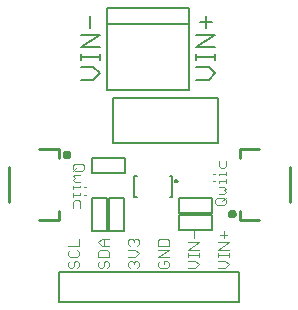
<source format=gbr>
G04 EAGLE Gerber RS-274X export*
G75*
%MOMM*%
%FSLAX34Y34*%
%LPD*%
%AMOC8*
5,1,8,0,0,1.08239X$1,22.5*%
G01*
%ADD10C,0.101600*%
%ADD11C,0.177800*%
%ADD12C,0.127000*%
%ADD13C,0.400000*%
%ADD14C,0.254000*%
%ADD15C,0.152400*%


D10*
X57906Y37089D02*
X56380Y35564D01*
X56380Y32513D01*
X57906Y30988D01*
X59431Y30988D01*
X60956Y32513D01*
X60956Y35564D01*
X62481Y37089D01*
X64007Y37089D01*
X65532Y35564D01*
X65532Y32513D01*
X64007Y30988D01*
X56380Y44919D02*
X57906Y46444D01*
X56380Y44919D02*
X56380Y41868D01*
X57906Y40343D01*
X64007Y40343D01*
X65532Y41868D01*
X65532Y44919D01*
X64007Y46444D01*
X65532Y49698D02*
X56380Y49698D01*
X65532Y49698D02*
X65532Y55800D01*
X83306Y37089D02*
X81780Y35564D01*
X81780Y32513D01*
X83306Y30988D01*
X84831Y30988D01*
X86356Y32513D01*
X86356Y35564D01*
X87881Y37089D01*
X89407Y37089D01*
X90932Y35564D01*
X90932Y32513D01*
X89407Y30988D01*
X90932Y40343D02*
X81780Y40343D01*
X90932Y40343D02*
X90932Y44919D01*
X89407Y46444D01*
X83306Y46444D01*
X81780Y44919D01*
X81780Y40343D01*
X84831Y49698D02*
X90932Y49698D01*
X84831Y49698D02*
X81780Y52749D01*
X84831Y55800D01*
X90932Y55800D01*
X86356Y55800D02*
X86356Y49698D01*
X107180Y32513D02*
X108706Y30988D01*
X107180Y32513D02*
X107180Y35564D01*
X108706Y37089D01*
X110231Y37089D01*
X111756Y35564D01*
X111756Y34039D01*
X111756Y35564D02*
X113281Y37089D01*
X114807Y37089D01*
X116332Y35564D01*
X116332Y32513D01*
X114807Y30988D01*
X113281Y40343D02*
X107180Y40343D01*
X113281Y40343D02*
X116332Y43394D01*
X113281Y46444D01*
X107180Y46444D01*
X108706Y49698D02*
X107180Y51224D01*
X107180Y54274D01*
X108706Y55800D01*
X110231Y55800D01*
X111756Y54274D01*
X111756Y52749D01*
X111756Y54274D02*
X113281Y55800D01*
X114807Y55800D01*
X116332Y54274D01*
X116332Y51224D01*
X114807Y49698D01*
X132580Y35564D02*
X134106Y37089D01*
X132580Y35564D02*
X132580Y32513D01*
X134106Y30988D01*
X140207Y30988D01*
X141732Y32513D01*
X141732Y35564D01*
X140207Y37089D01*
X137156Y37089D01*
X137156Y34039D01*
X141732Y40343D02*
X132580Y40343D01*
X141732Y46444D01*
X132580Y46444D01*
X132580Y49698D02*
X141732Y49698D01*
X141732Y54274D01*
X140207Y55800D01*
X134106Y55800D01*
X132580Y54274D01*
X132580Y49698D01*
X157980Y30988D02*
X164081Y30988D01*
X167132Y34039D01*
X164081Y37089D01*
X157980Y37089D01*
X167132Y40343D02*
X167132Y43394D01*
X167132Y41868D02*
X157980Y41868D01*
X157980Y40343D02*
X157980Y43394D01*
X157980Y46580D02*
X167132Y46580D01*
X167132Y52681D02*
X157980Y46580D01*
X157980Y52681D02*
X167132Y52681D01*
X162556Y55935D02*
X162556Y62036D01*
X183380Y30988D02*
X189481Y30988D01*
X192532Y34039D01*
X189481Y37089D01*
X183380Y37089D01*
X192532Y40343D02*
X192532Y43394D01*
X192532Y41868D02*
X183380Y41868D01*
X183380Y40343D02*
X183380Y43394D01*
X183380Y46580D02*
X192532Y46580D01*
X192532Y52681D02*
X183380Y46580D01*
X183380Y52681D02*
X192532Y52681D01*
X187956Y55935D02*
X187956Y62036D01*
X184906Y58986D02*
X191007Y58986D01*
X188467Y84328D02*
X182366Y84328D01*
X180840Y85853D01*
X180840Y88904D01*
X182366Y90429D01*
X188467Y90429D01*
X189992Y88904D01*
X189992Y85853D01*
X188467Y84328D01*
X186941Y87379D02*
X189992Y90429D01*
X188467Y93683D02*
X183891Y93683D01*
X188467Y93683D02*
X189992Y95208D01*
X188467Y96734D01*
X189992Y98259D01*
X188467Y99784D01*
X183891Y99784D01*
X183891Y103038D02*
X183891Y104564D01*
X189992Y104564D01*
X189992Y106089D02*
X189992Y103038D01*
X180840Y104564D02*
X179315Y104564D01*
X183891Y109275D02*
X183891Y110800D01*
X189992Y110800D01*
X189992Y109275D02*
X189992Y112326D01*
X180840Y110800D02*
X179315Y110800D01*
X183891Y117037D02*
X183891Y121613D01*
X183891Y117037D02*
X185416Y115512D01*
X188467Y115512D01*
X189992Y117037D01*
X189992Y121613D01*
X68333Y119380D02*
X62231Y119380D01*
X68333Y119380D02*
X69858Y117855D01*
X69858Y114804D01*
X68333Y113279D01*
X62231Y113279D01*
X60706Y114804D01*
X60706Y117855D01*
X62231Y119380D01*
X63757Y116329D02*
X60706Y113279D01*
X62231Y110025D02*
X66807Y110025D01*
X62231Y110025D02*
X60706Y108500D01*
X62231Y106974D01*
X60706Y105449D01*
X62231Y103924D01*
X66807Y103924D01*
X66807Y100670D02*
X66807Y99144D01*
X60706Y99144D01*
X60706Y97619D02*
X60706Y100670D01*
X69858Y99144D02*
X71383Y99144D01*
X66807Y94433D02*
X66807Y92908D01*
X60706Y92908D01*
X60706Y94433D02*
X60706Y91382D01*
X69858Y92908D02*
X71383Y92908D01*
X66807Y86671D02*
X66807Y82095D01*
X66807Y86671D02*
X65282Y88196D01*
X62231Y88196D01*
X60706Y86671D01*
X60706Y82095D01*
D11*
X164959Y190373D02*
X175636Y190373D01*
X180975Y195712D01*
X175636Y201050D01*
X164959Y201050D01*
X180975Y206745D02*
X180975Y212083D01*
X180975Y209414D02*
X164959Y209414D01*
X164959Y206745D02*
X164959Y212083D01*
X164959Y217659D02*
X180975Y217659D01*
X180975Y228336D02*
X164959Y217659D01*
X164959Y228336D02*
X180975Y228336D01*
X172967Y234031D02*
X172967Y244708D01*
X167629Y239369D02*
X178306Y239369D01*
X77846Y190373D02*
X67169Y190373D01*
X77846Y190373D02*
X83185Y195712D01*
X77846Y201050D01*
X67169Y201050D01*
X83185Y206745D02*
X83185Y212083D01*
X83185Y209414D02*
X67169Y209414D01*
X67169Y206745D02*
X67169Y212083D01*
X67169Y217659D02*
X83185Y217659D01*
X83185Y228336D02*
X67169Y217659D01*
X67169Y228336D02*
X83185Y228336D01*
X75177Y234031D02*
X75177Y244708D01*
D12*
X76200Y111506D02*
X104140Y111506D01*
X76200Y111506D02*
X76200Y124206D01*
X104140Y124206D01*
X104140Y111506D01*
D13*
X53586Y126854D02*
X53588Y126929D01*
X53594Y127003D01*
X53604Y127077D01*
X53617Y127150D01*
X53635Y127223D01*
X53656Y127294D01*
X53681Y127365D01*
X53710Y127434D01*
X53743Y127501D01*
X53779Y127566D01*
X53818Y127630D01*
X53860Y127691D01*
X53906Y127750D01*
X53955Y127807D01*
X54007Y127860D01*
X54061Y127911D01*
X54118Y127960D01*
X54178Y128004D01*
X54240Y128046D01*
X54304Y128085D01*
X54370Y128120D01*
X54437Y128151D01*
X54507Y128179D01*
X54577Y128203D01*
X54649Y128224D01*
X54722Y128240D01*
X54795Y128253D01*
X54870Y128262D01*
X54944Y128267D01*
X55019Y128268D01*
X55093Y128265D01*
X55168Y128258D01*
X55241Y128247D01*
X55315Y128233D01*
X55387Y128214D01*
X55458Y128192D01*
X55528Y128166D01*
X55597Y128136D01*
X55663Y128103D01*
X55728Y128066D01*
X55791Y128026D01*
X55852Y127982D01*
X55910Y127936D01*
X55966Y127886D01*
X56019Y127834D01*
X56070Y127779D01*
X56117Y127721D01*
X56161Y127661D01*
X56202Y127598D01*
X56240Y127534D01*
X56274Y127468D01*
X56305Y127399D01*
X56332Y127330D01*
X56355Y127259D01*
X56374Y127187D01*
X56390Y127114D01*
X56402Y127040D01*
X56410Y126966D01*
X56414Y126891D01*
X56414Y126817D01*
X56410Y126742D01*
X56402Y126668D01*
X56390Y126594D01*
X56374Y126521D01*
X56355Y126449D01*
X56332Y126378D01*
X56305Y126309D01*
X56274Y126240D01*
X56240Y126174D01*
X56202Y126110D01*
X56161Y126047D01*
X56117Y125987D01*
X56070Y125929D01*
X56019Y125874D01*
X55966Y125822D01*
X55910Y125772D01*
X55852Y125726D01*
X55791Y125682D01*
X55728Y125642D01*
X55663Y125605D01*
X55597Y125572D01*
X55528Y125542D01*
X55458Y125516D01*
X55387Y125494D01*
X55315Y125475D01*
X55241Y125461D01*
X55168Y125450D01*
X55093Y125443D01*
X55019Y125440D01*
X54944Y125441D01*
X54870Y125446D01*
X54795Y125455D01*
X54722Y125468D01*
X54649Y125484D01*
X54577Y125505D01*
X54507Y125529D01*
X54437Y125557D01*
X54370Y125588D01*
X54304Y125623D01*
X54240Y125662D01*
X54178Y125704D01*
X54118Y125748D01*
X54061Y125797D01*
X54007Y125848D01*
X53955Y125901D01*
X53906Y125958D01*
X53860Y126017D01*
X53818Y126078D01*
X53779Y126142D01*
X53743Y126207D01*
X53710Y126274D01*
X53681Y126343D01*
X53656Y126414D01*
X53635Y126485D01*
X53617Y126558D01*
X53604Y126631D01*
X53594Y126705D01*
X53588Y126779D01*
X53586Y126854D01*
D14*
X6000Y116854D02*
X6000Y86854D01*
X32000Y131854D02*
X48500Y131854D01*
X48500Y79354D02*
X48500Y71854D01*
X32000Y71854D01*
X48500Y124354D02*
X48500Y131854D01*
D13*
X193586Y76854D02*
X193588Y76929D01*
X193594Y77003D01*
X193604Y77077D01*
X193617Y77150D01*
X193635Y77223D01*
X193656Y77294D01*
X193681Y77365D01*
X193710Y77434D01*
X193743Y77501D01*
X193779Y77566D01*
X193818Y77630D01*
X193860Y77691D01*
X193906Y77750D01*
X193955Y77807D01*
X194007Y77860D01*
X194061Y77911D01*
X194118Y77960D01*
X194178Y78004D01*
X194240Y78046D01*
X194304Y78085D01*
X194370Y78120D01*
X194437Y78151D01*
X194507Y78179D01*
X194577Y78203D01*
X194649Y78224D01*
X194722Y78240D01*
X194795Y78253D01*
X194870Y78262D01*
X194944Y78267D01*
X195019Y78268D01*
X195093Y78265D01*
X195168Y78258D01*
X195241Y78247D01*
X195315Y78233D01*
X195387Y78214D01*
X195458Y78192D01*
X195528Y78166D01*
X195597Y78136D01*
X195663Y78103D01*
X195728Y78066D01*
X195791Y78026D01*
X195852Y77982D01*
X195910Y77936D01*
X195966Y77886D01*
X196019Y77834D01*
X196070Y77779D01*
X196117Y77721D01*
X196161Y77661D01*
X196202Y77598D01*
X196240Y77534D01*
X196274Y77468D01*
X196305Y77399D01*
X196332Y77330D01*
X196355Y77259D01*
X196374Y77187D01*
X196390Y77114D01*
X196402Y77040D01*
X196410Y76966D01*
X196414Y76891D01*
X196414Y76817D01*
X196410Y76742D01*
X196402Y76668D01*
X196390Y76594D01*
X196374Y76521D01*
X196355Y76449D01*
X196332Y76378D01*
X196305Y76309D01*
X196274Y76240D01*
X196240Y76174D01*
X196202Y76110D01*
X196161Y76047D01*
X196117Y75987D01*
X196070Y75929D01*
X196019Y75874D01*
X195966Y75822D01*
X195910Y75772D01*
X195852Y75726D01*
X195791Y75682D01*
X195728Y75642D01*
X195663Y75605D01*
X195597Y75572D01*
X195528Y75542D01*
X195458Y75516D01*
X195387Y75494D01*
X195315Y75475D01*
X195241Y75461D01*
X195168Y75450D01*
X195093Y75443D01*
X195019Y75440D01*
X194944Y75441D01*
X194870Y75446D01*
X194795Y75455D01*
X194722Y75468D01*
X194649Y75484D01*
X194577Y75505D01*
X194507Y75529D01*
X194437Y75557D01*
X194370Y75588D01*
X194304Y75623D01*
X194240Y75662D01*
X194178Y75704D01*
X194118Y75748D01*
X194061Y75797D01*
X194007Y75848D01*
X193955Y75901D01*
X193906Y75958D01*
X193860Y76017D01*
X193818Y76078D01*
X193779Y76142D01*
X193743Y76207D01*
X193710Y76274D01*
X193681Y76343D01*
X193656Y76414D01*
X193635Y76485D01*
X193617Y76558D01*
X193604Y76631D01*
X193594Y76705D01*
X193588Y76779D01*
X193586Y76854D01*
D14*
X244000Y86854D02*
X244000Y116854D01*
X218000Y71854D02*
X201500Y71854D01*
X201500Y124354D02*
X201500Y131854D01*
X218000Y131854D01*
X201500Y79354D02*
X201500Y71854D01*
D12*
X159000Y181500D02*
X159000Y237500D01*
X159000Y251500D01*
X89000Y251500D01*
X89000Y237500D01*
X89000Y181500D01*
X159000Y181500D01*
X159000Y237500D02*
X89000Y237500D01*
X88900Y90170D02*
X88900Y62230D01*
X76200Y62230D01*
X76200Y90170D01*
X88900Y90170D01*
X103632Y90170D02*
X103632Y62230D01*
X90932Y62230D01*
X90932Y90170D01*
X103632Y90170D01*
X94204Y175004D02*
X183104Y175004D01*
X183104Y136904D01*
X94204Y136904D01*
X94204Y175004D01*
X150114Y77470D02*
X178054Y77470D01*
X150114Y77470D02*
X150114Y90170D01*
X178054Y90170D01*
X178054Y77470D01*
X178054Y62992D02*
X150114Y62992D01*
X150114Y75692D01*
X178054Y75692D01*
X178054Y62992D01*
D15*
X147024Y104576D02*
X147026Y104639D01*
X147032Y104701D01*
X147042Y104763D01*
X147055Y104825D01*
X147073Y104885D01*
X147094Y104944D01*
X147119Y105002D01*
X147148Y105058D01*
X147180Y105112D01*
X147215Y105164D01*
X147253Y105213D01*
X147295Y105261D01*
X147339Y105305D01*
X147387Y105347D01*
X147436Y105385D01*
X147488Y105420D01*
X147542Y105452D01*
X147598Y105481D01*
X147656Y105506D01*
X147715Y105527D01*
X147775Y105545D01*
X147837Y105558D01*
X147899Y105568D01*
X147961Y105574D01*
X148024Y105576D01*
X148087Y105574D01*
X148149Y105568D01*
X148211Y105558D01*
X148273Y105545D01*
X148333Y105527D01*
X148392Y105506D01*
X148450Y105481D01*
X148506Y105452D01*
X148560Y105420D01*
X148612Y105385D01*
X148661Y105347D01*
X148709Y105305D01*
X148753Y105261D01*
X148795Y105213D01*
X148833Y105164D01*
X148868Y105112D01*
X148900Y105058D01*
X148929Y105002D01*
X148954Y104944D01*
X148975Y104885D01*
X148993Y104825D01*
X149006Y104763D01*
X149016Y104701D01*
X149022Y104639D01*
X149024Y104576D01*
X149022Y104513D01*
X149016Y104451D01*
X149006Y104389D01*
X148993Y104327D01*
X148975Y104267D01*
X148954Y104208D01*
X148929Y104150D01*
X148900Y104094D01*
X148868Y104040D01*
X148833Y103988D01*
X148795Y103939D01*
X148753Y103891D01*
X148709Y103847D01*
X148661Y103805D01*
X148612Y103767D01*
X148560Y103732D01*
X148506Y103700D01*
X148450Y103671D01*
X148392Y103646D01*
X148333Y103625D01*
X148273Y103607D01*
X148211Y103594D01*
X148149Y103584D01*
X148087Y103578D01*
X148024Y103576D01*
X147961Y103578D01*
X147899Y103584D01*
X147837Y103594D01*
X147775Y103607D01*
X147715Y103625D01*
X147656Y103646D01*
X147598Y103671D01*
X147542Y103700D01*
X147488Y103732D01*
X147436Y103767D01*
X147387Y103805D01*
X147339Y103847D01*
X147295Y103891D01*
X147253Y103939D01*
X147215Y103988D01*
X147180Y104040D01*
X147148Y104094D01*
X147119Y104150D01*
X147094Y104208D01*
X147073Y104267D01*
X147055Y104327D01*
X147042Y104389D01*
X147032Y104451D01*
X147026Y104513D01*
X147024Y104576D01*
D12*
X144524Y91076D02*
X142524Y91076D01*
X144524Y91076D02*
X144524Y109076D01*
X142524Y109076D01*
X114524Y91076D02*
X112524Y91076D01*
X112524Y109076D01*
X114524Y109076D01*
X48800Y27700D02*
X48800Y2300D01*
X48800Y27700D02*
X201200Y27700D01*
X201200Y2300D01*
X48800Y2300D01*
M02*

</source>
